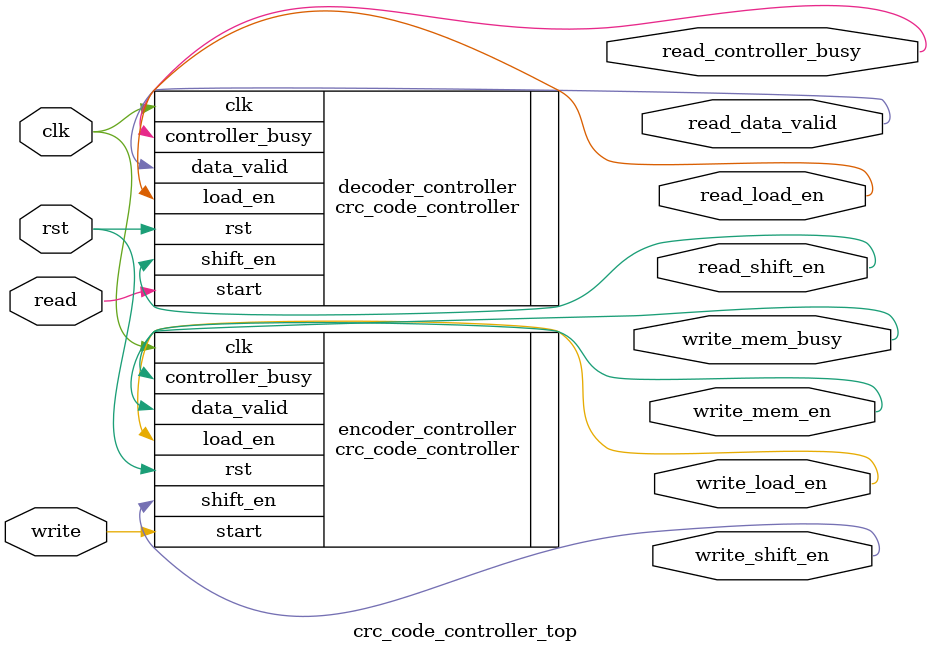
<source format=v>
module crc_code_controller_top(
    input clk,
    input rst,
    input read,
    input write,

    output write_shift_en,
    output write_load_en,

    output read_shift_en,
    output read_load_en,

    output write_mem_en,
    output write_mem_busy,

    output read_data_valid,
    output read_controller_busy
);
    // Controller module for encoder - Write
    crc_code_controller encoder_controller (
        .clk(clk),
        .rst(rst),
        .start(write),
        .shift_en(write_shift_en),
        .load_en(write_load_en),
        .data_valid(write_mem_en),
        .controller_busy(write_mem_busy)
    );

    // Controller module for decoder - Read
    crc_code_controller decoder_controller (
        .clk(clk),
        .rst(rst),
        .start(read),
        .shift_en(read_shift_en),
        .load_en(read_load_en),
        .data_valid(read_data_valid),
        .controller_busy(read_controller_busy)
    );


endmodule
</source>
